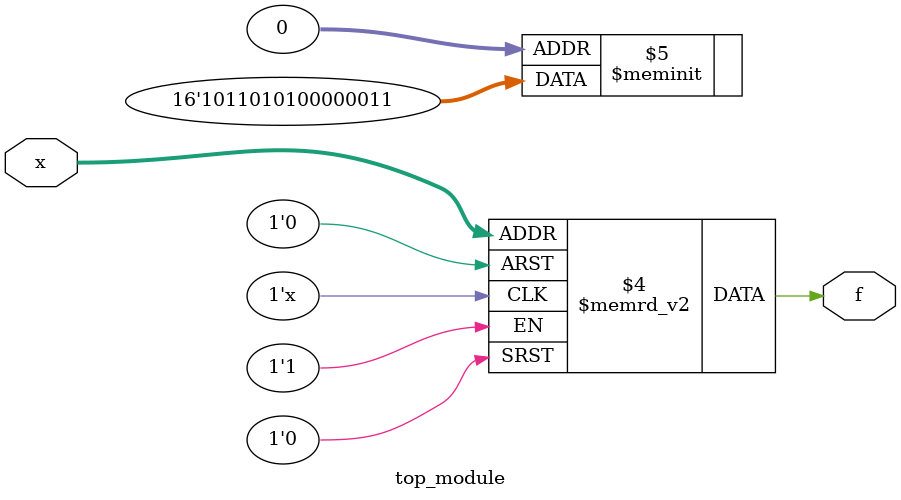
<source format=sv>
module top_module (
	input [4:1] x,
	output logic f
);

always_comb begin
	case ({x[4], x[3], x[2], x[1]})
		4'b0000: f = 1'b1;
		4'b0001: f = 1'b1;
		4'b0010: f = 1'b0;
		4'b0011: f = 1'b0;
		4'b0100: f = 1'b0;
		4'b0101: f = 1'b0;
		4'b0110: f = 1'b0;
		4'b0111: f = 1'b0;
		4'b1000: f = 1'b1;
		4'b1001: f = 1'b0;
		4'b1010: f = 1'b1;
		4'b1011: f = 1'b0;
		4'b1100: f = 1'b1;
		4'b1101: f = 1'b1;
		4'b1110: f = 1'b0;
		4'b1111: f = 1'b1;
		default: f = 1'b0;
	endcase
end

endmodule

</source>
